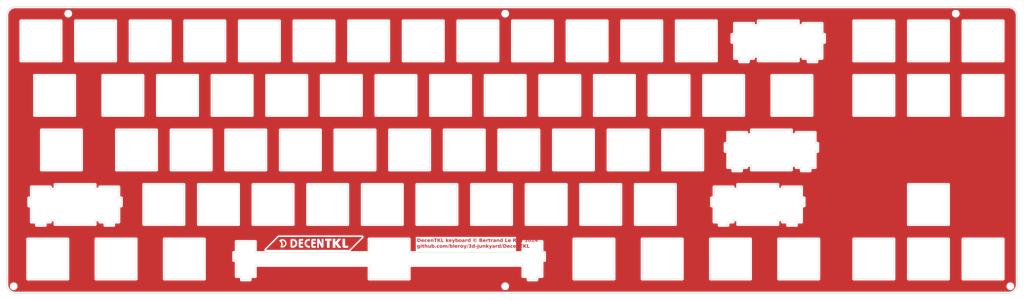
<source format=kicad_pcb>
(kicad_pcb (version 20240108) (generator "pcbnew") (generator_version "8.0")
  (title_block (title "DecenTKL Plate") (date "2024-05-08") (rev "1") (company "Decent Consulting"))
  (layers (0 "F.Cu" signal) (31 "B.Cu" signal) (34 "B.Paste" user) (35 "F.Paste" user) (36 "B.SilkS" user "B.Silkscreen") (37 "F.SilkS" user "F.Silkscreen") (38 "B.Mask" user) (39 "F.Mask" user) (44 "Edge.Cuts" user))
  (net 0 "")
  (footprint "Library:MX-1-00U-Hole" (layer "F.Cu") (at 360.50625 51.325)
    (property "Reference" "SW22" (hide yes))
    (property "Value" "SW_Push" (hide yes))
    (fp_line (start -7 -7) (end -7 7) (stroke (width 0.12)) (layer "Edge.Cuts"))
    (fp_line (start -7 -7) (end 7 -7) (stroke (width 0.12)) (layer "Edge.Cuts"))
    (fp_line (start -7 7) (end 7 7) (stroke (width 0.12)) (layer "Edge.Cuts"))
    (fp_line (start 7 -7) (end 7 7) (stroke (width 0.12)) (layer "Edge.Cuts"))
  )
  (footprint "Library:MX-1-00U-Hole" (layer "F.Cu") (at 341.45625 32.275)
    (property "Reference" "SW18" (hide yes))
    (property "Value" "SW_Push" (hide yes))
    (fp_line (start -7 -7) (end -7 7) (stroke (width 0.12)) (layer "Edge.Cuts"))
    (fp_line (start -7 -7) (end 7 -7) (stroke (width 0.12)) (layer "Edge.Cuts"))
    (fp_line (start -7 7) (end 7 7) (stroke (width 0.12)) (layer "Edge.Cuts"))
    (fp_line (start 7 -7) (end 7 7) (stroke (width 0.12)) (layer "Edge.Cuts"))
  )
  (footprint "MountingHole:MountingHole_2.2mm_M2" (layer "F.Cu") (at 193.81875 118.000001)
    (property "Reference" "REF**" (hide yes))
    (property "Value" "MountingHole_2.2mm_M2" (hide yes))
    (pad "" np_thru_hole circle (at 0 0) (size 2.2 2.2) (drill 2.2) (layers "*.Cu" "*.Mask"))
  )
  (footprint "Library:MX-1-00U-Hole" (layer "F.Cu") (at 231.91875 51.325)
    (property "Reference" "SW32" (hide yes))
    (property "Value" "SW_Push" (hide yes))
    (fp_line (start -7 -7) (end -7 7) (stroke (width 0.12)) (layer "Edge.Cuts"))
    (fp_line (start -7 -7) (end 7 -7) (stroke (width 0.12)) (layer "Edge.Cuts"))
    (fp_line (start -7 7) (end 7 7) (stroke (width 0.12)) (layer "Edge.Cuts"))
    (fp_line (start 7 -7) (end 7 7) (stroke (width 0.12)) (layer "Edge.Cuts"))
  )
  (footprint "Library:MX-1-00U-Hole" (layer "F.Cu") (at 50.94375 32.275)
    (property "Reference" "SW3" (hide yes))
    (property "Value" "SW_Push" (hide yes))
    (fp_line (start -7 -7) (end -7 7) (stroke (width 0.12)) (layer "Edge.Cuts"))
    (fp_line (start -7 -7) (end 7 -7) (stroke (width 0.12)) (layer "Edge.Cuts"))
    (fp_line (start -7 7) (end 7 7) (stroke (width 0.12)) (layer "Edge.Cuts"))
    (fp_line (start 7 -7) (end 7 7) (stroke (width 0.12)) (layer "Edge.Cuts"))
  )
  (footprint "Library:MX-1-00U-Hole" (layer "F.Cu") (at 93.80625 89.425)
    (property "Reference" "SW51" (hide yes))
    (property "Value" "SW_Push" (hide yes))
    (fp_line (start -7 -7) (end -7 7) (stroke (width 0.12)) (layer "Edge.Cuts"))
    (fp_line (start -7 -7) (end 7 -7) (stroke (width 0.12)) (layer "Edge.Cuts"))
    (fp_line (start -7 7) (end 7 7) (stroke (width 0.12)) (layer "Edge.Cuts"))
    (fp_line (start 7 -7) (end 7 7) (stroke (width 0.12)) (layer "Edge.Cuts"))
  )
  (footprint "Library:MX-1-00U-Hole" (layer "F.Cu") (at 198.58125 70.375)
    (property "Reference" "SW44" (hide yes))
    (property "Value" "SW_Push" (hide yes))
    (fp_line (start -7 -7) (end -7 7) (stroke (width 0.12)) (layer "Edge.Cuts"))
    (fp_line (start -7 -7) (end 7 -7) (stroke (width 0.12)) (layer "Edge.Cuts"))
    (fp_line (start -7 7) (end 7 7) (stroke (width 0.12)) (layer "Edge.Cuts"))
    (fp_line (start 7 -7) (end 7 7) (stroke (width 0.12)) (layer "Edge.Cuts"))
  )
  (footprint "Library:MX-1-00U-Hole" (layer "F.Cu") (at 360.50625 108.475)
    (property "Reference" "SW64" (hide yes))
    (property "Value" "SW_Push" (hide yes))
    (fp_line (start -7 -7) (end -7 7) (stroke (width 0.12)) (layer "Edge.Cuts"))
    (fp_line (start -7 -7) (end 7 -7) (stroke (width 0.12)) (layer "Edge.Cuts"))
    (fp_line (start -7 7) (end 7 7) (stroke (width 0.12)) (layer "Edge.Cuts"))
    (fp_line (start 7 -7) (end 7 7) (stroke (width 0.12)) (layer "Edge.Cuts"))
  )
  (footprint "Library:MX-1-00U-Hole" (layer "F.Cu") (at 250.96875 51.325)
    (property "Reference" "SW33" (hide yes))
    (property "Value" "SW_Push" (hide yes))
    (fp_line (start -7 -7) (end -7 7) (stroke (width 0.12)) (layer "Edge.Cuts"))
    (fp_line (start -7 -7) (end 7 -7) (stroke (width 0.12)) (layer "Edge.Cuts"))
    (fp_line (start -7 7) (end 7 7) (stroke (width 0.12)) (layer "Edge.Cuts"))
    (fp_line (start 7 -7) (end 7 7) (stroke (width 0.12)) (layer "Edge.Cuts"))
  )
  (footprint "Library:MX-1-00U-Hole" (layer "F.Cu") (at 241.44375 32.275)
    (property "Reference" "SW14" (hide yes))
    (property "Value" "SW_Push" (hide yes))
    (fp_line (start -7 -7) (end -7 7) (stroke (width 0.12)) (layer "Edge.Cuts"))
    (fp_line (start -7 -7) (end 7 -7) (stroke (width 0.12)) (layer "Edge.Cuts"))
    (fp_line (start -7 7) (end 7 7) (stroke (width 0.12)) (layer "Edge.Cuts"))
    (fp_line (start 7 -7) (end 7 7) (stroke (width 0.12)) (layer "Edge.Cuts"))
  )
  (footprint "Library:MX-1-00U-Hole" (layer "F.Cu") (at 179.53125 70.375)
    (property "Reference" "SW43" (hide yes))
    (property "Value" "SW_Push" (hide yes))
    (fp_line (start -7 -7) (end -7 7) (stroke (width 0.12)) (layer "Edge.Cuts"))
    (fp_line (start -7 -7) (end 7 -7) (stroke (width 0.12)) (layer "Edge.Cuts"))
    (fp_line (start -7 7) (end 7 7) (stroke (width 0.12)) (layer "Edge.Cuts"))
    (fp_line (start 7 -7) (end 7 7) (stroke (width 0.12)) (layer "Edge.Cuts"))
  )
  (footprint "Library:MX-1-00U-Hole" (layer "F.Cu") (at 141.43125 70.375)
    (property "Reference" "SW41" (hide yes))
    (property "Value" "SW_Push" (hide yes))
    (fp_line (start -7 -7) (end -7 7) (stroke (width 0.12)) (layer "Edge.Cuts"))
    (fp_line (start -7 -7) (end 7 -7) (stroke (width 0.12)) (layer "Edge.Cuts"))
    (fp_line (start -7 7) (end 7 7) (stroke (width 0.12)) (layer "Edge.Cuts"))
    (fp_line (start 7 -7) (end 7 7) (stroke (width 0.12)) (layer "Edge.Cuts"))
  )
  (footprint "Library:MX-1-00U-Hole" (layer "F.Cu") (at 74.75625 89.425)
    (property "Reference" "SW50" (hide yes))
    (property "Value" "SW_Push" (hide yes))
    (fp_line (start -7 -7) (end -7 7) (stroke (width 0.12)) (layer "Edge.Cuts"))
    (fp_line (start -7 -7) (end 7 -7) (stroke (width 0.12)) (layer "Edge.Cuts"))
    (fp_line (start -7 7) (end 7 7) (stroke (width 0.12)) (layer "Edge.Cuts"))
    (fp_line (start 7 -7) (end 7 7) (stroke (width 0.12)) (layer "Edge.Cuts"))
  )
  (footprint "Library:MX-1-00U-Hole" (layer "F.Cu") (at 341.45625 89.425)
    (property "Reference" "SW61" (hide yes))
    (property "Value" "SW_Push" (hide yes))
    (fp_line (start -7 -7) (end -7 7) (stroke (width 0.12)) (layer "Edge.Cuts"))
    (fp_line (start -7 -7) (end 7 -7) (stroke (width 0.12)) (layer "Edge.Cuts"))
    (fp_line (start -7 7) (end 7 7) (stroke (width 0.12)) (layer "Edge.Cuts"))
    (fp_line (start 7 -7) (end 7 7) (stroke (width 0.12)) (layer "Edge.Cuts"))
  )
  (footprint "Library:MX-1-25U-Hole" (layer "F.Cu") (at 296.2125 108.475)
    (property "Reference" "SW69" (hide yes))
    (property "Value" "SW_Push" (hide yes))
    (fp_line (start -7 -7) (end -7 7) (stroke (width 0.12)) (layer "Edge.Cuts"))
    (fp_line (start -7 -7) (end 7 -7) (stroke (width 0.12)) (layer "Edge.Cuts"))
    (fp_line (start -7 7) (end 7 7) (stroke (width 0.12)) (layer "Edge.Cuts"))
    (fp_line (start 7 -7) (end 7 7) (stroke (width 0.12)) (layer "Edge.Cuts"))
  )
  (footprint "Library:MX-1-00U-Hole" (layer "F.Cu") (at 203.34375 32.275)
    (property "Reference" "SW12" (hide yes))
    (property "Value" "SW_Push" (hide yes))
    (fp_line (start -7 -7) (end -7 7) (stroke (width 0.12)) (layer "Edge.Cuts"))
    (fp_line (start -7 -7) (end 7 -7) (stroke (width 0.12)) (layer "Edge.Cuts"))
    (fp_line (start -7 7) (end 7 7) (stroke (width 0.12)) (layer "Edge.Cuts"))
    (fp_line (start 7 -7) (end 7 7) (stroke (width 0.12)) (layer "Edge.Cuts"))
  )
  (footprint "Library:MX-1-00U-Hole" (layer "F.Cu") (at 112.85625 89.425)
    (property "Reference" "SW52" (hide yes))
    (property "Value" "SW_Push" (hide yes))
    (fp_line (start -7 -7) (end -7 7) (stroke (width 0.12)) (layer "Edge.Cuts"))
    (fp_line (start -7 -7) (end 7 -7) (stroke (width 0.12)) (layer "Edge.Cuts"))
    (fp_line (start -7 7) (end 7 7) (stroke (width 0.12)) (layer "Edge.Cuts"))
    (fp_line (start 7 -7) (end 7 7) (stroke (width 0.12)) (layer "Edge.Cuts"))
  )
  (footprint "Library:MX-1-25U-Hole" (layer "F.Cu") (at 34.275 108.475001)
    (property "Reference" "SW65" (hide yes))
    (property "Value" "SW_Push" (hide yes))
    (fp_line (start -7 -7) (end -7 7) (stroke (width 0.12)) (layer "Edge.Cuts"))
    (fp_line (start -7 -7) (end 7 -7) (stroke (width 0.12)) (layer "Edge.Cuts"))
    (fp_line (start -7 7) (end 7 7) (stroke (width 0.12)) (layer "Edge.Cuts"))
    (fp_line (start 7 -7) (end 7 7) (stroke (width 0.12)) (layer "Edge.Cuts"))
  )
  (footprint "Library:MX-1-00U-Hole" (layer "F.Cu") (at 108.09375 32.275)
    (property "Reference" "SW7" (hide yes))
    (property "Value" "SW_Push" (hide yes))
    (fp_line (start -7 -7) (end -7 7) (stroke (width 0.12)) (layer "Edge.Cuts"))
    (fp_line (start -7 -7) (end 7 -7) (stroke (width 0.12)) (layer "Edge.Cuts"))
    (fp_line (start -7 7) (end 7 7) (stroke (width 0.12)) (layer "Edge.Cuts"))
    (fp_line (start 7 -7) (end 7 7) (stroke (width 0.12)) (layer "Edge.Cuts"))
  )
  (footprint "Library:MX-1-00U-Hole" (layer "F.Cu") (at 212.86875 51.325)
    (property "Reference" "SW31" (hide yes))
    (property "Value" "SW_Push" (hide yes))
    (fp_line (start -7 -7) (end -7 7) (stroke (width 0.12)) (layer "Edge.Cuts"))
    (fp_line (start -7 -7) (end 7 -7) (stroke (width 0.12)) (layer "Edge.Cuts"))
    (fp_line (start -7 7) (end 7 7) (stroke (width 0.12)) (layer "Edge.Cuts"))
    (fp_line (start 7 -7) (end 7 7) (stroke (width 0.12)) (layer "Edge.Cuts"))
  )
  (footprint "Library:MX-1-00U-Hole" (layer "F.Cu") (at 341.45625 51.325)
    (property "Reference" "SW20" (hide yes))
    (property "Value" "SW_Push" (hide yes))
    (fp_line (start -7 -7) (end -7 7) (stroke (width 0.12)) (layer "Edge.Cuts"))
    (fp_line (start -7 -7) (end 7 -7) (stroke (width 0.12)) (layer "Edge.Cuts"))
    (fp_line (start -7 7) (end 7 7) (stroke (width 0.12)) (layer "Edge.Cuts"))
    (fp_line (start 7 -7) (end 7 7) (stroke (width 0.12)) (layer "Edge.Cuts"))
  )
  (footprint "Library:MX-1-00U-Hole" (layer "F.Cu") (at 98.56875 51.325)
    (property "Reference" "SW25" (hide yes))
    (property "Value" "SW_Push" (hide yes))
    (fp_line (start -7 -7) (end -7 7) (stroke (width 0.12)) (layer "Edge.Cuts"))
    (fp_line (start -7 -7) (end 7 -7) (stroke (width 0.12)) (layer "Edge.Cuts"))
    (fp_line (start -7 7) (end 7 7) (stroke (width 0.12)) (layer "Edge.Cuts"))
    (fp_line (start 7 -7) (end 7 7) (stroke (width 0.12)) (layer "Edge.Cuts"))
  )
  (footprint "Library:MX-1-00U-Hole" (layer "F.Cu") (at 131.90625 89.425)
    (property "Reference" "SW53" (hide yes))
    (property "Value" "SW_Push" (hide yes))
    (fp_line (start -7 -7) (end -7 7) (stroke (width 0.12)) (layer "Edge.Cuts"))
    (fp_line (start -7 -7) (end 7 -7) (stroke (width 0.12)) (layer "Edge.Cuts"))
    (fp_line (start -7 7) (end 7 7) (stroke (width 0.12)) (layer "Edge.Cuts"))
    (fp_line (start 7 -7) (end 7 7) (stroke (width 0.12)) (layer "Edge.Cuts"))
  )
  (footprint "Library:MX-1-00U-Hole" (layer "F.Cu") (at 122.38125 70.375)
    (property "Reference" "SW40" (hide yes))
    (property "Value" "SW_Push" (hide yes))
    (fp_line (start -7 -7) (end -7 7) (stroke (width 0.12)) (layer "Edge.Cuts"))
    (fp_line (start -7 -7) (end 7 -7) (stroke (width 0.12)) (layer "Edge.Cuts"))
    (fp_line (start -7 7) (end 7 7) (stroke (width 0.12)) (layer "Edge.Cuts"))
    (fp_line (start 7 -7) (end 7 7) (stroke (width 0.12)) (layer "Edge.Cuts"))
  )
  (footprint "MountingHole:MountingHole_2.2mm_M2" (layer "F.Cu") (at 22.36875 118.000001)
    (property "Reference" "REF**" (hide yes))
    (property "Value" "MountingHole_2.2mm_M2" (hide yes))
    (pad "" np_thru_hole circle (at 0 0) (size 2.2 2.2) (drill 2.2) (layers "*.Cu" "*.Mask"))
  )
  (footprint "Library:MX-1-00U-Hole" (layer "F.Cu") (at 227.15625 89.425)
    (property "Reference" "SW58" (hide yes))
    (property "Value" "SW_Push" (hide yes))
    (fp_line (start -7 -7) (end -7 7) (stroke (width 0.12)) (layer "Edge.Cuts"))
    (fp_line (start -7 -7) (end 7 -7) (stroke (width 0.12)) (layer "Edge.Cuts"))
    (fp_line (start -7 7) (end 7 7) (stroke (width 0.12)) (layer "Edge.Cuts"))
    (fp_line (start 7 -7) (end 7 7) (stroke (width 0.12)) (layer "Edge.Cuts"))
  )
  (footprint "Library:MX-1-50U-Hole" (layer "F.Cu") (at 36.65625 51.325001)
    (property "Reference" "SW4" (hide yes))
    (property "Value" "SW_Push" (hide yes))
    (fp_line (start -7 -7) (end -7 7) (stroke (width 0.12)) (layer "Edge.Cuts"))
    (fp_line (start -7 -7) (end 7 -7) (stroke (width 0.12)) (layer "Edge.Cuts"))
    (fp_line (start -7 7) (end 7 7) (stroke (width 0.12)) (layer "Edge.Cuts"))
    (fp_line (start 7 -7) (end 7 7) (stroke (width 0.12)) (layer "Edge.Cuts"))
  )
  (footprint "Library:MX-1-25U-Hole" (layer "F.Cu") (at 224.775 108.475)
    (property "Reference" "SW72" (hide yes))
    (property "Value" "SW_Push" (hide yes))
    (fp_line (start -7 -7) (end -7 7) (stroke (width 0.12)) (layer "Edge.Cuts"))
    (fp_line (start -7 -7) (end 7 -7) (stroke (width 0.12)) (layer "Edge.Cuts"))
    (fp_line (start -7 7) (end 7 7) (stroke (width 0.12)) (layer "Edge.Cuts"))
    (fp_line (start 7 -7) (end 7 7) (stroke (width 0.12)) (layer "Edge.Cuts"))
  )
  (footprint "Library:MX-1-00U-Hole" (layer "F.Cu") (at 322.40625 32.275)
    (property "Reference" "SW17" (hide yes))
    (property "Value" "SW_Push" (hide yes))
    (fp_line (start -7 -7) (end -7 7) (stroke (width 0.12)) (layer "Edge.Cuts"))
    (fp_line (start -7 -7) (end 7 -7) (stroke (width 0.12)) (layer "Edge.Cuts"))
    (fp_line (start -7 7) (end 7 7) (stroke (width 0.12)) (layer "Edge.Cuts"))
    (fp_line (start 7 -7) (end 7 7) (stroke (width 0.12)) (layer "Edge.Cuts"))
  )
  (footprint "Library:MX-1-00U-Hole" (layer "F.Cu") (at 322.40625 108.475)
    (property "Reference" "SW63" (hide yes))
    (property "Value" "SW_Push" (hide yes))
    (fp_line (start -7 -7) (end -7 7) (stroke (width 0.12)) (layer "Edge.Cuts"))
    (fp_line (start -7 -7) (end 7 -7) (stroke (width 0.12)) (layer "Edge.Cuts"))
    (fp_line (start -7 7) (end 7 7) (stroke (width 0.12)) (layer "Edge.Cuts"))
    (fp_line (start 7 -7) (end 7 7) (stroke (width 0.12)) (layer "Edge.Cuts"))
  )
  (footprint "Library:MX-1-00U-Hole" (layer "F.Cu") (at 69.99375 32.275)
    (property "Reference" "SW5" (hide yes))
    (property "Value" "SW_Push" (hide yes))
    (fp_line (start -7 -7) (end -7 7) (stroke (width 0.12)) (layer "Edge.Cuts"))
    (fp_line (start -7 -7) (end 7 -7) (stroke (width 0.12)) (layer "Edge.Cuts"))
    (fp_line (start -7 7) (end 7 7) (stroke (width 0.12)) (layer "Edge.Cuts"))
    (fp_line (start 7 -7) (end 7 7) (stroke (width 0.12)) (layer "Edge.Cuts"))
  )
  (footprint "Library:MX-1-75U-Hole" (layer "F.Cu") (at 39.0375 70.375001)
    (property "Reference" "SW36" (hide yes))
    (property "Value" "SW_Push" (hide yes))
    (fp_line (start -7 -7) (end -7 7) (stroke (width 0.12)) (layer "Edge.Cuts"))
    (fp_line (start -7 -7) (end 7 -7) (stroke (width 0.12)) (layer "Edge.Cuts"))
    (fp_line (start -7 7) (end 7 7) (stroke (width 0.12)) (layer "Edge.Cuts"))
    (fp_line (start 7 -7) (end 7 7) (stroke (width 0.12)) (layer "Edge.Cuts"))
  )
  (footprint "Library:MX-1-00U-Hole" (layer "F.Cu") (at 189.05625 89.425)
    (property "Reference" "SW56" (hide yes))
    (property "Value" "SW_Push" (hide yes))
    (fp_line (start -7 -7) (end -7 7) (stroke (width 0.12)) (layer "Edge.Cuts"))
    (fp_line (start -7 -7) (end 7 -7) (stroke (width 0.12)) (layer "Edge.Cuts"))
    (fp_line (start -7 7) (end 7 7) (stroke (width 0.12)) (layer "Edge.Cuts"))
    (fp_line (start 7 -7) (end 7 7) (stroke (width 0.12)) (layer "Edge.Cuts"))
  )
  (footprint "Library:MX-1-00U-Hole" (layer "F.Cu") (at 136.66875 51.325)
    (property "Reference" "SW27" (hide yes))
    (property "Value" "SW_Push" (hide yes))
    (fp_line (start -7 -7) (end -7 7) (stroke (width 0.12)) (layer "Edge.Cuts"))
    (fp_line (start -7 -7) (end 7 -7) (stroke (width 0.12)) (layer "Edge.Cuts"))
    (fp_line (start -7 7) (end 7 7) (stroke (width 0.12)) (layer "Edge.Cuts"))
    (fp_line (start 7 -7) (end 7 7) (stroke (width 0.12)) (layer "Edge.Cuts"))
  )
  (footprint "Library:MX-1-25U-Hole" (layer "F.Cu") (at 272.4 108.475)
    (property "Reference" "SW70" (hide yes))
    (property "Value" "SW_Push" (hide yes))
    (fp_line (start -7 -7) (end -7 7) (stroke (width 0.12)) (layer "Edge.Cuts"))
    (fp_line (start -7 -7) (end 7 -7) (stroke (width 0.12)) (layer "Edge.Cuts"))
    (fp_line (start -7 7) (end 7 7) (stroke (width 0.12)) (layer "Edge.Cuts"))
    (fp_line (start 7 -7) (end 7 7) (stroke (width 0.12)) (layer "Edge.Cuts"))
  )
  (footprint "MountingHole:MountingHole_2.2mm_M2" (layer "F.Cu") (at 193.81875 22.750001)
    (property "Reference" "REF**" (hide yes))
    (property "Value" "MountingHole_2.2mm_M2" (hide yes))
    (pad "" np_thru_hole circle (at 0 0) (size 2.2 2.2) (drill 2.2) (layers "*.Cu" "*.Mask"))
  )
  (footprint "Library:MX-1-00U-Hole" (layer "F.Cu") (at 184.29375 32.275)
    (property "Reference" "SW11" (hide yes))
    (property "Value" "SW_Push" (hide yes))
    (fp_line (start -7 -7) (end -7 7) (stroke (width 0.12)) (layer "Edge.Cuts"))
    (fp_line (start -7 -7) (end 7 -7) (stroke (width 0.12)) (layer "Edge.Cuts"))
    (fp_line (start -7 7) (end 7 7) (stroke (width 0.12)) (layer "Edge.Cuts"))
    (fp_line (start 7 -7) (end 7 7) (stroke (width 0.12)) (layer "Edge.Cuts"))
  )
  (footprint "Library:MX-2-75U-Hole" (layer "F.Cu") (at 281.925 89.425)
    (property "Reference" "SW60" (hide yes))
    (property "Value" "SW_Push" (hide yes))
    (fp_line (start -16.1544 -2.286) (end -16.1544 0.508) (stroke (width 0.12)) (layer "Edge.Cuts"))
    (fp_line (start -15.268 -6.1468) (end -15.268 -2.286) (stroke (width 0.12)) (layer "Edge.Cuts"))
    (fp_line (start -15.268 -2.286) (end -16.1544 -2.286) (stroke (width 0.12)) (layer "Edge.Cuts"))
    (fp_line (start -15.268 0.508) (end -16.1544 0.508) (stroke (width 0.12)) (layer "Edge.Cuts"))
    (fp_line (start -15.268 0.508) (end -15.268 6.1468) (stroke (width 0.12)) (layer "Edge.Cuts"))
    (fp_line (start -13.462 6.1468) (end -15.268 6.1468) (stroke (width 0.12)) (layer "Edge.Cuts"))
    (fp_line (start -13.462 6.1468) (end -13.462 7.3152) (stroke (width 0.12)) (layer "Edge.Cuts"))
    (fp_line (start -10.414 6.1468) (end -10.414 7.3152) (stroke (width 0.12)) (layer "Edge.Cuts"))
    (fp_line (start -10.414 7.3152) (end -13.462 7.3152) (stroke (width 0.12)) (layer "Edge.Cuts"))
    (fp_line (start -8.6132 -6.1468) (end -15.268 -6.1468) (stroke (width 0.12)) (layer "Edge.Cuts"))
    (fp_line (start -8.6132 -6.1468) (end -8.6132 -5.334) (stroke (width 0.12)) (layer "Edge.Cuts"))
    (fp_line (start -8.6132 -5.334) (end -7 -5.334) (stroke (width 0.12)) (layer "Edge.Cuts"))
    (fp_line (start -8.6132 5.3594) (end -7 5.3594) (stroke (width 0.12)) (layer "Edge.Cuts"))
    (fp_line (start -8.6132 6.1468) (end -10.414 6.1468) (stroke (width 0.12)) (layer "Edge.Cuts"))
    (fp_line (start -8.6132 6.1468) (end -8.6132 5.3594) (stroke (width 0.12)) (layer "Edge.Cuts"))
    (fp_line (start -7 -7) (end -7 -5.334) (stroke (width 0.12)) (layer "Edge.Cuts"))
    (fp_line (start -7 -7) (end 7 -7) (stroke (width 0.12)) (layer "Edge.Cuts"))
    (fp_line (start -7 7) (end -7 5.3594) (stroke (width 0.12)) (layer "Edge.Cuts"))
    (fp_line (start -7 7) (end 7 7) (stroke (width 0.12)) (layer "Edge.Cuts"))
    (fp_line (start 7 -7) (end 7 -5.334) (stroke (width 0.12)) (layer "Edge.Cuts"))
    (fp_line (start 7 7) (end 7 5.3594) (stroke (width 0.12)) (layer "Edge.Cuts"))
    (fp_line (start 8.6132 -6.1468) (end 8.6132 -5.334) (stroke (width 0.12)) (layer "Edge.Cuts"))
    (fp_line (start 8.6132 -6.1468) (end 15.268 -6.1468) (stroke (width 0.12)) (layer "Edge.Cuts"))
    (fp_line (start 8.6132 -5.334) (end 7 -5.334) (stroke (width 0.12)) (layer "Edge.Cuts"))
    (fp_line (start 8.6132 5.3594) (end 7 5.3594) (stroke (width 0.12)) (layer "Edge.Cuts"))
    (fp_line (start 8.6132 6.1468) (end 8.6132 5.3594) (stroke (width 0.12)) (layer "Edge.Cuts"))
    (fp_line (start 8.6132 6.1468) (end 10.414 6.1468) (stroke (width 0.12)) (layer "Edge.Cuts"))
    (fp_line (start 10.414 6.1468) (end 10.414 7.3152) (stroke (width 0.12)) (layer "Edge.Cuts"))
    (fp_line (start 10.414 7.3152) (end 13.462 7.3152) (stroke (width 0.12)) (layer "Edge.Cuts"))
    (fp_line (start 13.462 6.1468) (end 13.462 7.3152) (stroke (width 0.12)) (layer "Edge.Cuts"))
    (fp_line (start 13.462 6.1468) (end 15.268 6.1468) (stroke (width 0.12)) (layer "Edge.Cuts"))
    (fp_line (start 15.268 -6.1468) (end 15.268 -2.286) (stroke (width 0.12)) (layer "Edge.Cuts"))
    (fp_line (start 15.268 -2.286) (end 16.1544 -2.286) (stroke (width 0.12)) (layer "Edge.Cuts"))
    (fp_line (start 15.268 0.508) (end 15.268 6.1468) (stroke (width 0.12)) (layer "Edge.Cuts"))
    (fp_line (start 15.268 0.508) (end 16.1544 0.508) (stroke (width 0.12)) (layer "Edge.Cuts"))
    (fp_line (start 16.1544 -2.286) (end 16.1544 0.508) (stroke (width 0.12)) (layer "Edge.Cuts"))
  )
  (footprint "Library:MX-1-00U-Hole" (layer "F.Cu") (at 103.33125 70.375)
    (property "Reference" "SW39" (hide yes))
    (property "Value" "SW_Push" (hide yes))
    (fp_line (start -7 -7) (end -7 7) (stroke (width 0.12)) (layer "Edge.Cuts"))
    (fp_line (start -7 -7) (end 7 -7) (stroke (width 0.12)) (layer "Edge.Cuts"))
    (fp_line (start -7 7) (end 7 7) (stroke (width 0.12)) (layer "Edge.Cuts"))
    (fp_line (start 7 -7) (end 7 7) (stroke (width 0.12)) (layer "Edge.Cuts"))
  )
  (footprint "Library:MX-1-00U-Hole" (layer "F.Cu") (at 150.95625 89.425)
    (property "Reference" "SW54" (hide yes))
    (property "Value" "SW_Push" (hide yes))
    (fp_line (start -7 -7) (end -7 7) (stroke (width 0.12)) (layer "Edge.Cuts"))
    (fp_line (start -7 -7) (end 7 -7) (stroke (width 0.12)) (layer "Edge.Cuts"))
    (fp_line (start -7 7) (end 7 7) (stroke (width 0.12)) (layer "Edge.Cuts"))
    (fp_line (start 7 -7) (end 7 7) (stroke (width 0.12)) (layer "Edge.Cuts"))
  )
  (footprint "Library:MX-1-00U-Hole" (layer "F.Cu") (at 84.28125 70.375)
    (property "Reference" "SW38" (hide yes))
    (property "Value" "SW_Push" (hide yes))
    (fp_line (start -7 -7) (end -7 7) (stroke (width 0.12)) (layer "Edge.Cuts"))
    (fp_line (start -7 -7) (end 7 -7) (stroke (width 0.12)) (layer "Edge.Cuts"))
    (fp_line (start -7 7) (end 7 7) (stroke (width 0.12)) (layer "Edge.Cuts"))
    (fp_line (start 7 -7) (end 7 7) (stroke (width 0.12)) (layer "Edge.Cuts"))
  )
  (footprint "Library:MX-1-00U-Hole" (layer "F.Cu") (at 170.00625 89.425)
    (property "Reference" "SW55" (hide yes))
    (property "Value" "SW_Push" (hide yes))
    (fp_line (start -7 -7) (end -7 7) (stroke (width 0.12)) (layer "Edge.Cuts"))
    (fp_line (start -7 -7) (end 7 -7) (stroke (width 0.12)) (layer "Edge.Cuts"))
    (fp_line (start -7 7) (end 7 7) (stroke (width 0.12)) (layer "Edge.Cuts"))
    (fp_line (start 7 -7) (end 7 7) (stroke (width 0.12)) (layer "Edge.Cuts"))
  )
  (footprint "Library:MX-2-25U-Hole" (layer "F.Cu") (at 43.8 89.425001)
    (property "Reference" "SW49" (hide yes))
    (property "Value" "SW_Push" (hide yes))
    (fp_line (start -16.1544 -2.286) (end -16.1544 0.508) (stroke (width 0.12)) (layer "Edge.Cuts"))
    (fp_line (start -15.268 -6.1468) (end -15.268 -2.286) (stroke (width 0.12)) (layer "Edge.Cuts"))
    (fp_line (start -15.268 -2.286) (end -16.1544 -2.286) (stroke (width 0.12)) (layer "Edge.Cuts"))
    (fp_line (start -15.268 0.508) (end -16.1544 0.508) (stroke (width 0.12)) (layer "Edge.Cuts"))
    (fp_line (start -15.268 0.508) (end -15.268 6.1468) (stroke (width 0.12)) (layer "Edge.Cuts"))
    (fp_line (start -13.462 6.1468) (end -15.268 6.1468) (stroke (width 0.12)) (layer "Edge.Cuts"))
    (fp_line (start -13.462 6.1468) (end -13.462 7.3152) (stroke (width 0.12)) (layer "Edge.Cuts"))
    (fp_line (start -10.414 6.1468) (end -10.414 7.3152) (stroke (width 0.12)) (layer "Edge.Cuts"))
    (fp_line (start -10.414 7.3152) (end -13.462 7.3152) (stroke (width 0.12)) (layer "Edge.Cuts"))
    (fp_line (start -8.6132 -6.1468) (end -15.268 -6.1468) (stroke (width 0.12)) (layer "Edge.Cuts"))
    (fp_line (start -8.6132 -6.1468) (end -8.6132 -5.334) (stroke (width 0.12)) (layer "Edge.Cuts"))
    (fp_line (start -8.6132 -5.334) (end -7 -5.334) (stroke (width 0.12)) (layer "Edge.Cuts"))
    (fp_line (start -8.6132 5.3594) (end -7 5.3594) (stroke (width 0.12)) (layer "Edge.Cuts"))
    (fp_line (start -8.6132 6.1468) (end -10.414 6.1468) (stroke (width 0.12)) (layer "Edge.Cuts"))
    (fp_line (start -8.6132 6.1468) (end -8.6132 5.3594) (stroke (width 0.12)) (layer "Edge.Cuts"))
    (fp_line (start -7 -7) (end -7 -5.334) (stroke (width 0.12)) (layer "Edge.Cuts"))
    (fp_line (start -7 -7) (end 7 -7) (stroke (width 0.12)) (layer "Edge.Cuts"))
    (fp_line (start -7 7) (end -7 5.3594) (stroke (width 0.12)) (layer "Edge.Cuts"))
    (fp_line (start -7 7) (end 7 7) (stroke (width 0.12)) (layer "Edge.Cuts"))
    (fp_line (start 7 -7) (end 7 -5.334) (stroke (width 0.12)) (layer "Edge.Cuts"))
    (fp_line (start 7 7) (end 7 5.3594) (stroke (width 0.12)) (layer "Edge.Cuts"))
    (fp_line (start 8.6132 -6.1468) (end 8.6132 -5.334) (stroke (width 0.12)) (layer "Edge.Cuts"))
    (fp_line (start 8.6132 -6.1468) (end 15.268 -6.1468) (stroke (width 0.12)) (layer "Edge.Cuts"))
    (fp_line (start 8.6132 -5.334) (end 7 -5.334) (stroke (width 0.12)) (layer "Edge.Cuts"))
    (fp_line (start 8.6132 5.3594) (end 7 5.3594) (stroke (width 0.12)) (layer "Edge.Cuts"))
    (fp_line (start 8.6132 6.1468) (end 8.6132 5.3594) (stroke (width 0.12)) (layer "Edge.Cuts"))
    (fp_line (start 8.6132 6.1468) (end 10.414 6.1468) (stroke (width 0.12)) (layer "Edge.Cuts"))
    (fp_line (start 10.414 6.1468) (end 10.414 7.3152) (stroke (width 0.12)) (layer "Edge.Cuts"))
    (fp_line (start 10.414 7.3152) (end 13.462 7.3152) (stroke (width 0.12)) (layer "Edge.Cuts"))
    (fp_line (start 13.462 6.1468) (end 13.462 7.3152) (stroke (width 0.12)) (layer "Edge.Cuts"))
    (fp_line (start 13.462 6.1468) (end 15.268 6.1468) (stroke (width 0.12)) (layer "Edge.Cuts"))
    (fp_line (start 15.268 -6.1468) (end 15.268 -2.286) (stroke (width 0.12)) (layer "Edge.Cuts"))
    (fp_line (start 15.268 -2.286) (end 16.1544 -2.286) (stroke (width 0.12)) (layer "Edge.Cuts"))
    (fp_line (start 15.268 0.508) (end 15.268 6.1468) (stroke (width 0.12)) (layer "Edge.Cuts"))
    (fp_line (start 15.268 0.508) (end 16.1544 0.508) (stroke (width 0.12)) (layer "Edge.Cuts"))
    (fp_line (start 16.1544 -2.286) (end 16.1544 0.508) (stroke (width 0.12)) (layer "Edge.Cuts"))
  )
  (footprint "Library:MX-2-25U-Hole" (layer "F.Cu") (at 286.6875 70.375)
    (property "Reference" "SW48" (hide yes))
    (property "Value" "SW_Push" (hide yes))
    (fp_line (start -16.1544 -2.286) (end -16.1544 0.508) (stroke (width 0.12)) (layer "Edge.Cuts"))
    (fp_line (start -15.268 -6.1468) (end -15.268 -2.286) (stroke (width 0.12)) (layer "Edge.Cuts"))
    (fp_line (start -15.268 -2.286) (end -16.1544 -2.286) (stroke (width 0.12)) (layer "Edge.Cuts"))
    (fp_line (start -15.268 0.508) (end -16.1544 0.508) (stroke (width 0.12)) (layer "Edge.Cuts"))
    (fp_line (start -15.268 0.508) (end -15.268 6.1468) (stroke (width 0.12)) (layer "Edge.Cuts"))
    (fp_line (start -13.462 6.1468) (end -15.268 6.1468) (stroke (width 0.12)) (layer "Edge.Cuts"))
    (fp_line (start -13.462 6.1468) (end -13.462 7.3152) (stroke (width 0.12)) (layer "Edge.Cuts"))
    (fp_line (start -10.414 6.1468) (end -10.414 7.3152) (stroke (width 0.12)) (layer "Edge.Cuts"))
    (fp_line (start -10.414 7.3152) (end -13.462 7.3152) (stroke (width 0.12)) (layer "Edge.Cuts"))
    (fp_line (start -8.6132 -6.1468) (end -15.268 -6.1468) (stroke (width 0.12)) (layer "Edge.Cuts"))
    (fp_line (start -8.6132 -6.1468) (end -8.6132 -5.334) (stroke (width 0.12)) (layer "Edge.Cuts"))
    (fp_line (start -8.6132 -5.334) (end -7 -5.334) (stroke (width 0.12)) (layer "Edge.Cuts"))
    (fp_line (start -8.6132 5.3594) (end -7 5.3594) (stroke (width 0.12)) (layer "Edge.Cuts"))
    (fp_line (start -8.6132 6.1468) (end -10.414 6.1468) (stroke (width 0.12)) (layer "Edge.Cuts"))
    (fp_line (start -8.6132 6.1468) (end -8.6132 5.3594) (stroke (width 0.12)) (layer "Edge.Cuts"))
    (fp_line (start -7 -7) (end -7 -5.334) (stroke (width 0.12)) (layer "Edge.Cuts"))
    (fp_line (start -7 -7) (end 7 -7) (stroke (width 0.12)) (layer "Edge.Cuts"))
    (fp_line (start -7 7) (end -7 5.3594) (stroke (width 0.12)) (layer "Edge.Cuts"))
    (fp_line (start -7 7) (end 7 7) (stroke (width 0.12)) (layer "Edge.Cuts"))
    (fp_line (start 7 -7) (end 7 -5.334) (stroke (width 0.12)) (layer "Edge.Cuts"))
    (fp_line (start 7 7) (end 7 5.3594) (stroke (width 0.12)) (layer "Edge.Cuts"))
    (fp_line (start 8.6132 -6.1468) (end 8.6132 -5.334) (stroke (width 0.12)) (layer "Edge.Cuts"))
    (fp_line (start 8.6132 -6.1468) (end 15.268 -6.1468) (stroke (width 0.12)) (layer "Edge.Cuts"))
    (fp_line (start 8.6132 -5.334) (end 7 -5.334) (stroke (width 0.12)) (layer "Edge.Cuts"))
    (fp_line (start 8.6132 5.3594) (end 7 5.3594) (stroke (width 0.12)) (layer "Edge.Cuts"))
    (fp_line (start 8.6132 6.1468) (end 8.6132 5.3594) (stroke (width 0.12)) (layer "Edge.Cuts"))
    (fp_line (start 8.6132 6.1468) (end 10.414 6.1468) (stroke (width 0.12)) (layer "Edge.Cuts"))
    (fp_line (start 10.414 6.1468) (end 10.414 7.3152) (stroke (width 0.12)) (layer "Edge.Cuts"))
    (fp_line (start 10.414 7.3152) (end 13.462 7.3152) (stroke (width 0.12)) (layer "Edge.Cuts"))
    (fp_line (start 13.462 6.1468) (end 13.462 7.3152) (stroke (width 0.12)) (layer "Edge.Cuts"))
    (fp_line (start 13.462 6.1468) (end 15.268 6.1468) (stroke (width 0.12)) (layer "Edge.Cuts"))
    (fp_line (start 15.268 -6.1468) (end 15.268 -2.286) (stroke (width 0.12)) (layer "Edge.Cuts"))
    (fp_line (start 15.268 -2.286) (end 16.1544 -2.286) (stroke (width 0.12)) (layer "Edge.Cuts"))
    (fp_line (start 15.268 0.508) (end 15.268 6.1468) (stroke (width 0.12)) (layer "Edge.Cuts"))
    (fp_line (start 15.268 0.508) (end 16.1544 0.508) (stroke (width 0.12)) (layer "Edge.Cuts"))
    (fp_line (start 16.1544 -2.286) (end 16.1544 0.508) (stroke (width 0.12)) (layer "Edge.Cuts"))
  )
  (footprint "Library:MX-1-25U-Hole" (layer "F.Cu") (at 248.5875 108.475)
    (property "Reference" "SW71" (hide yes))
    (property "Value" "SW_Push" (hide yes))
    (fp_line (start -7 -7) (end -7 7) (stroke (width 0.12)) (layer "Edge.Cuts"))
    (fp_line (start -7 -7) (end 7 -7) (stroke (width 0.12)) (layer "Edge.Cuts"))
    (fp_line (start -7 7) (end 7 7) (stroke (width 0.12)) (layer "Edge.Cuts"))
    (fp_line (start 7 -7) (end 7 7) (stroke (width 0.12)) (layer "Edge.Cuts"))
  )
  (footprint "MountingHole:MountingHole_2.2mm_M2" (layer "F.Cu") (at 370.03125 118.000001)
    (property "Reference" "REF**" (hide yes))
    (property "Value" "MountingHole_2.2mm_M2" (hide yes))
    (pad "" np_thru_hole circle (at 0 0) (size 2.2 2.2) (drill 2.2) (layers "*.Cu" "*.Mask"))
  )
  (footprint "Library:MX-1-00U-Hole" (layer "F.Cu") (at 117.61875 51.325)
    (property "Reference" "SW26" (hide yes))
    (property "Value" "SW_Push" (hide yes))
    (fp_line (start -7 -7) (end -7 7) (stroke (width 0.12)) (layer "Edge.Cuts"))
    (fp_line (start -7 -7) (end 7 -7) (stroke (width 0.12)) (layer "Edge.Cuts"))
    (fp_line (start -7 7) (end 7 7) (stroke (width 0.12)) (layer "Edge.Cuts"))
    (fp_line (start 7 -7) (end 7 7) (stroke (width 0.12)) (layer "Edge.Cuts"))
  )
  (footprint "Library:MX-1-50U-Hole" (layer "F.Cu") (at 293.83125 51.325)
    (property "Reference" "SW35" (hide yes))
    (property "Value" "SW_Push" (hide yes))
    (fp_line (start -7 -7) (end -7 7) (stroke (width 0.12)) (layer "Edge.Cuts"))
    (fp_line (start -7 -7) (end 7 -7) (stroke (width 0.12)) (layer "Edge.Cuts"))
    (fp_line (start -7 7) (end 7 7) (stroke (width 0.12)) (layer "Edge.Cuts"))
    (fp_line (start 7 -7) (end 7 7) (stroke (width 0.12)) (layer "Edge.Cuts"))
  )
  (footprint "Library:MX-1-00U-Hole" (layer "F.Cu") (at 236.68125 70.375)
    (property "Reference" "SW46" (hide yes))
    (property "Value" "SW_Push" (hide yes))
    (fp_line (start -7 -7) (end -7 7) (stroke (width 0.12)) (layer "Edge.Cuts"))
    (fp_line (start -7 -7) (end 7 -7) (stroke (width 0.12)) (layer "Edge.Cuts"))
    (fp_line (start -7 7) (end 7 7) (stroke (width 0.12)) (layer "Edge.Cuts"))
    (fp_line (start 7 -7) (end 7 7) (stroke (width 0.12)) (layer "Edge.Cuts"))
  )
  (footprint "Library:MX-1-00U-Hole" (layer "F.Cu") (at 31.89375 32.275001)
    (property "Reference" "SW2" (hide yes))
    (property "Value" "SW_Push" (hide yes))
    (fp_line (start -7 -7) (end -7 7) (stroke (width 0.12)) (layer "Edge.Cuts"))
    (fp_line (start -7 -7) (end 7 -7) (stroke (width 0.12)) (layer "Edge.Cuts"))
    (fp_line (start -7 7) (end 7 7) (stroke (width 0.12)) (layer "Edge.Cuts"))
    (fp_line (start 7 -7) (end 7 7) (stroke (width 0.12)) (layer "Edge.Cuts"))
  )
  (footprint "Library:MX-1-00U-Hole" (layer "F.Cu") (at 360.50625 32.275)
    (property "Reference" "SW19" (hide yes))
    (property "Value" "SW_Push" (hide yes))
    (fp_line (start -7 -7) (end -7 7) (stroke (width 0.12)) (layer "Edge.Cuts"))
    (fp_line (start -7 -7) (end 7 -7) (stroke (width 0.12)) (layer "Edge.Cuts"))
    (fp_line (start -7 7) (end 7 7) (stroke (width 0.12)) (layer "Edge.Cuts"))
    (fp_line (start 7 -7) (end 7 7) (stroke (width 0.12)) (layer "Edge.Cuts"))
  )
  (footprint "Library:MX-6-25U-Hole" (layer "F.Cu") (at 153.3375 108.475)
    (property "Reference" "SW68" (hide yes))
    (property "Value" "SW_Push" (hide yes))
    (fp_line (start -54.2164 -2.286) (end -54.2164 0.508) (stroke (width 0.12)) (layer "Edge.Cuts"))
    (fp_line (start -53.33 -6.1468) (end -53.33 -2.286) (stroke (width 0.12)) (layer "Edge.Cuts"))
    (fp_line (start -53.33 -2.286) (end -54.2164 -2.286) (stroke (width 0.12)) (layer "Edge.Cuts"))
    (fp_line (start -53.33 0.508) (end -54.2164 0.508) (stroke (width 0.12)) (layer "Edge.Cuts"))
    (fp_line (start -53.33 0.508) (end -53.33 6.1468) (stroke (width 0.12)) (layer "Edge.Cuts"))
    (fp_line (start -51.524 6.1468) (end -53.33 6.1468) (stroke (width 0.12)) (layer "Edge.Cuts"))
    (fp_line (start -51.524 6.1468) (end -51.524 7.3152) (stroke (width 0.12)) (layer "Edge.Cuts"))
    (fp_line (start -48.476 6.1468) (end -48.476 7.3152) (stroke (width 0.12)) (layer "Edge.Cuts"))
    (fp_line (start -48.476 7.3152) (end -51.524 7.3152) (stroke (width 0.12)) (layer "Edge.Cuts"))
    (fp_line (start -46.6726 -6.1468) (end -53.3274 -6.1468) (stroke (width 0.12)) (layer "Edge.Cuts"))
    (fp_line (start -46.6726 -6.1468) (end -46.6726 -2.25) (stroke (width 0.12)) (layer "Edge.Cuts"))
    (fp_line (start -46.6726 -2.25) (end -7 -2.25) (stroke (width 0.12)) (layer "Edge.Cuts"))
    (fp_line (start -46.6726 2.25) (end -7 2.25) (stroke (width 0.12)) (layer "Edge.Cuts"))
    (fp_line (start -46.6726 6.1468) (end -48.4786 6.1468) (stroke (width 0.12)) (layer "Edge.Cuts"))
    (fp_line (start -46.6726 6.1468) (end -46.6726 2.25) (stroke (width 0.12)) (layer "Edge.Cuts"))
    (fp_line (start -7 -7) (end -7 -2.25) (stroke (width 0.12)) (layer "Edge.Cuts"))
    (fp_line (start -7 -7) (end 7 -7) (stroke (width 0.12)) (layer "Edge.Cuts"))
    (fp_line (start -7 7) (end -7 2.25) (stroke (width 0.12)) (layer "Edge.Cuts"))
    (fp_line (start -7 7) (end 7 7) (stroke (width 0.12)) (layer "Edge.Cuts"))
    (fp_line (start 7 -7) (end 7 -2.25) (stroke (width 0.12)) (layer "Edge.Cuts"))
    (fp_line (start 7 7) (end 7 2.25) (stroke (width 0.12)) (layer "Edge.Cuts"))
    (fp_line (start 46.67 -6.1468) (end 46.67 -2.25) (stroke (width 0.12)) (layer "Edge.Cuts"))
    (fp_line (start 46.67 -2.25) (end 7 -2.25) (stroke (width 0.12)) (layer "Edge.Cuts"))
    (fp_line (start 46.67 2.25) (end 7 2.25) (stroke (width 0.12)) (layer "Edge.Cuts"))
    (fp_line (start 46.67 6.1468) (end 46.67 2.25) (stroke (width 0.12)) (layer "Edge.Cuts"))
    (fp_line (start 46.67 6.1468) (end 48.476 6.1468) (stroke (width 0.12)) (layer "Edge.Cuts"))
    (fp_line (start 46.6726 -6.1468) (end 53.3274 -6.1468) (stroke (width 0.12)) (layer "Edge.Cuts"))
    (fp_line (start 48.476 6.1468) (end 48.476 7.3152) (stroke (width 0.12)) (layer "Edge.Cuts"))
    (fp_line (start 48.476 7.3152) (end 51.5214 7.3152) (stroke (width 0.12)) (layer "Edge.Cuts"))
    (fp_line (start 51.5214 6.1468) (end 51.5214 7.3152) (stroke (width 0.12)) (layer "Edge.Cuts"))
    (fp_line (start 51.5214 6.1468) (end 53.3274 6.1468) (stroke (width 0.12)) (layer "Edge.Cuts"))
    (fp_line (start 53.3274 -6.1468) (end 53.3274 -2.286) (stroke (width 0.12)) (layer "Edge.Cuts"))
    (fp_line (start 53.3274 -2.286) (end 54.2138 -2.286) (stroke (width 0.12)) (layer "Edge.Cuts"))
    (fp_line (start 53.3274 0.508) (end 53.3274 6.1468) (stroke (width 0.12)) (layer "Edge.Cuts"))
    (fp_line (start 53.3274 0.508) (end 54.2138 0.508) (stroke (width 0.12)) (layer "Edge.Cuts"))
    (fp_line (start 54.2138 -2.286) (end 54.2138 0.508) (stroke (width 0.12)) (layer "Edge.Cuts"))
  )
  (footprint "Library:MX-1-00U-Hole" (layer "F.Cu") (at 89.04375 32.275)
    (property "Reference" "SW6" (hide yes))
    (property "Value" "SW_Push" (hide yes))
    (fp_line (start -7 -7) (end -7 7) (stroke (width 0.12)) (layer "Edge.Cuts"))
    (fp_line (start -7 -7) (end 7 -7) (stroke (width 0.12)) (layer "Edge.Cuts"))
    (fp_line (start -7 7) (end 7 7) (stroke (width 0.12)) (layer "Edge.Cuts"))
    (fp_line (start 7 -7) (end 7 7) (stroke (width 0.12)) (layer "Edge.Cuts"))
  )
  (footprint "Library:MX-1-25U-Hole" (layer "F.Cu") (at 58.0875 108.475)
    (property "Reference" "SW66" (hide yes))
    (property "Value" "SW_Push" (hide yes))
    (fp_line (start -7 -7) (end -7 7) (stroke (width 0.12)) (layer "Edge.Cuts"))
    (fp_line (start -7 -7) (end 7 -7) (stroke (width 0.12)) (layer "Edge.Cuts"))
    (fp_line (start -7 7) (end 7 7) (stroke (width 0.12)) (layer "Edge.Cuts"))
    (fp_line (start 7 -7) (end 7 7) (stroke (width 0.12)) (layer "Edge.Cuts"))
  )
  (footprint "Library:MX-1-00U-Hole" (layer "F.Cu") (at 165.24375 32.275)
    (property "Reference" "SW10" (hide yes))
    (property "Value" "SW_Push" (hide yes))
    (fp_line (start -7 -7) (end -7 7) (stroke (width 0.12)) (layer "Edge.Cuts"))
    (fp_line (start -7 -7) (end 7 -7) (stroke (width 0.12)) (layer "Edge.Cuts"))
    (fp_line (start -7 7) (end 7 7) (stroke (width 0.12)) (layer "Edge.Cuts"))
    (fp_line (start 7 -7) (end 7 7) (stroke (width 0.12)) (layer "Edge.Cuts"))
  )
  (footprint "Library:MX-1-00U-Hole" (layer "F.Cu") (at 79.51875 51.325)
    (property "Reference" "SW24" (hide yes))
    (property "Value" "SW_Push" (hide yes))
    (fp_line (start -7 -7) (end -7 7) (stroke (width 0.12)) (layer "Edge.Cuts"))
    (fp_line (start -7 -7) (end 7 -7) (stroke (width 0.12)) (layer "Edge.Cuts"))
    (fp_line (start -7 7) (end 7 7) (stroke (width 0.12)) (layer "Edge.Cuts"))
    (fp_line (start 7 -7) (end 7 7) (stroke (width 0.12)) (layer "Edge.Cuts"))
  )
  (footprint "Library:MX-1-00U-Hole" (layer "F.Cu") (at 65.23125 70.375)
    (property "Reference" "SW37" (hide yes))
    (property "Value" "SW_Push" (hide yes))
    (fp_line (start -7 -7) (end -7 7) (stroke (width 0.12)) (layer "Edge.Cuts"))
    (fp_line (start -7 -7) (end 7 -7) (stroke (width 0.12)) (layer "Edge.Cuts"))
    (fp_line (start -7 7) (end 7 7) (stroke (width 0.12)) (layer "Edge.Cuts"))
    (fp_line (start 7 -7) (end 7 7) (stroke (width 0.12)) (layer "Edge.Cuts"))
  )
  (footprint "Library:MX-1-00U-Hole" (layer "F.Cu") (at 208.10625 89.425)
    (property "Reference" "SW57" (hide yes))
    (property "Value" "SW_Push" (hide yes))
    (fp_line (start -7 -7) (end -7 7) (stroke (width 0.12)) (layer "Edge.Cuts"))
    (fp_line (start -7 -7) (end 7 -7) (stroke (width 0.12)) (layer "Edge.Cuts"))
    (fp_line (start -7 7) (end 7 7) (stroke (width 0.12)) (layer "Edge.Cuts"))
    (fp_line (start 7 -7) (end 7 7) (stroke (width 0.12)) (layer "Edge.Cuts"))
  )
  (footprint "Library:MX-1-00U-Hole" (layer "F.Cu") (at 222.39375 32.275)
    (property "Reference" "SW13" (hide yes))
    (property "Value" "SW_Push" (hide yes))
    (fp_line (start -7 -7) (end -7 7) (stroke (width 0.12)) (layer "Edge.Cuts"))
    (fp_line (start -7 -7) (end 7 -7) (stroke (width 0.12)) (layer "Edge.Cuts"))
    (fp_line (start -7 7) (end 7 7) (stroke (width 0.12)) (layer "Edge.Cuts"))
    (fp_line (start 7 -7) (end 7 7) (stroke (width 0.12)) (layer "Edge.Cuts"))
  )
  (footprint "Library:MX-2-00U-Hole" (layer "F.Cu") (at 289.06875 32.275)
    (property "Reference" "SW16" (hide yes))
    (property "Value" "SW_Push" (hide yes))
    (fp_line (start -16.1544 -2.286) (end -16.1544 0.508) (stroke (width 0.12)) (layer "Edge.Cuts"))
    (fp_line (start -15.268 -6.1468) (end -15.268 -2.286) (stroke (width 0.12)) (layer "Edge.Cuts"))
    (fp_line (start -15.268 -2.286) (end -16.1544 -2.286) (stroke (width 0.12)) (layer "Edge.Cuts"))
    (fp_line (start -15.268 0.508) (end -16.1544 0.508) (stroke (width 0.12)) (layer "Edge.Cuts"))
    (fp_line (start -15.268 0.508) (end -15.268 6.1468) (stroke (width 0.12)) (layer "Edge.Cuts"))
    (fp_line (start -13.462 6.1468) (end -15.268 6.1468) (stroke (width 0.12)) (layer "Edge.Cuts"))
    (fp_line (start -13.462 6.1468) (end -13.462 7.3152) (stroke (width 0.12)) (layer "Edge.Cuts"))
    (fp_line (start -10.414 6.1468) (end -10.414 7.3152) (stroke (width 0.12)) (layer "Edge.Cuts"))
    (fp_line (start -10.414 7.3152) (end -13.462 7.3152) (stroke (width 0.12)) (layer "Edge.Cuts"))
    (fp_line (start -8.6132 -6.1468) (end -15.268 -6.1468) (stroke (width 0.12)) (layer "Edge.Cuts"))
    (fp_line (start -8.6132 -6.1468) (end -8.6132 -5.334) (stroke (width 0.12)) (layer "Edge.Cuts"))
    (fp_line (start -8.6132 -5.334) (end -7 -5.334) (stroke (width 0.12)) (layer "Edge.Cuts"))
    (fp_line (start -8.6132 5.3594) (end -7 5.3594) (stroke (width 0.12)) (layer "Edge.Cuts"))
    (fp_line (start -8.6132 6.1468) (end -10.414 6.1468) (stroke (width 0.12)) (layer "Edge.Cuts"))
    (fp_line (start -8.6132 6.1468) (end -8.6132 5.3594) (stroke (width 0.12)) (layer "Edge.Cuts"))
    (fp_line (start -7 -7) (end -7 -5.334) (stroke (width 0.12)) (layer "Edge.Cuts"))
    (fp_line (start -7 -7) (end 7 -7) (stroke (width 0.12)) (layer "Edge.Cuts"))
    (fp_line (start -7 7) (end -7 5.3594) (stroke (width 0.12)) (layer "Edge.Cuts"))
    (fp_line (start -7 7) (end 7 7) (stroke (width 0.12)) (layer "Edge.Cuts"))
    (fp_line (start 7 -7) (end 7 -5.334) (stroke (width 0.12)) (layer "Edge.Cuts"))
    (fp_line (start 7 7) (end 7 5.3594) (stroke (width 0.12)) (layer "Edge.Cuts"))
    (fp_line (start 8.6132 -6.1468) (end 8.6132 -5.334) (stroke (width 0.12)) (layer "Edge.Cuts"))
    (fp_line (start 8.6132 -6.1468) (end 15.268 -6.1468) (stroke (width 0.12)) (layer "Edge.Cuts"))
    (fp_line (start 8.6132 -5.334) (end 7 -5.334) (stroke (width 0.12)) (layer "Edge.Cuts"))
    (fp_line (start 8.6132 5.3594) (end 7 5.3594) (stroke (width 0.12)) (layer "Edge.Cuts"))
    (fp_line (start 8.6132 6.1468) (end 8.6132 5.3594) (stroke (width 0.12)) (layer "Edge.Cuts"))
    (fp_line (start 8.6132 6.1468) (end 10.414 6.1468) (stroke (width 0.12)) (layer "Edge.Cuts"))
    (fp_line (start 10.414 6.1468) (end 10.414 7.3152) (stroke (width 0.12)) (layer "Edge.Cuts"))
    (fp_line (start 10.414 7.3152) (end 13.462 7.3152) (stroke (width 0.12)) (layer "Edge.Cuts"))
    (fp_line (start 13.462 6.1468) (end 13.462 7.3152) (stroke (width 0.12)) (layer "Edge.Cuts"))
    (fp_line (start 13.462 6.1468) (end 15.268 6.1468) (stroke (width 0.12)) (layer "Edge.Cuts"))
    (fp_line (start 15.268 -6.1468) (end 15.268 -2.286) (stroke (width 0.12)) (layer "Edge.Cuts"))
    (fp_line (start 15.268 -2.286) (end 16.1544 -2.286) (stroke (width 0.12)) (layer "Edge.Cuts"))
    (fp_line (start 15.268 0.508) (end 15.268 6.1468) (stroke (width 0.12)) (layer "Edge.Cuts"))
    (fp_line (start 15.268 0.508) (end 16.1544 0.508) (stroke (width 0.12)) (layer "Edge.Cuts"))
    (fp_line (start 16.1544 -2.286) (end 16.1544 0.508) (stroke (width 0.12)) (layer "Edge.Cuts"))
  )
  (footprint "MountingHole:MountingHole_2.2mm_M2" (layer "F.Cu") (at 350.98125 22.750001)
    (property "Reference" "REF**" (hide yes))
    (property "Value" "MountingHole_2.2mm_M2" (hide yes))
    (pad "" np_thru_hole circle (at 0 0) (size 2.2 2.2) (drill 2.2) (layers "*.Cu" "*.Mask"))
  )
  (footprint "Library:MX-1-00U-Hole" (layer "F.Cu") (at 260.49375 32.275)
    (property "Reference" "SW15" (hide yes))
    (property "Value" "SW_Push" (hide yes))
    (fp_line (start -7 -7) (end -7 7) (stroke (width 0.12)) (layer "Edge.Cuts"))
    (fp_line (start -7 -7) (end 7 -7) (stroke (width 0.12)) (layer "Edge.Cuts"))
    (fp_line (start -7 7) (end 7 7) (stroke (width 0.12)) (layer "Edge.Cuts"))
    (fp_line (start 7 -7) (end 7 7) (stroke (width 0.12)) (layer "Edge.Cuts"))
  )
  (footprint "Library:MX-1-00U-Hole" (layer "F.Cu") (at 217.63125 70.375)
    (property "Reference" "SW45" (hide yes))
    (property "Value" "SW_Push" (hide yes))
    (fp_line (start -7 -7) (end -7 7) (stroke (width 0.12)) (layer "Edge.Cuts"))
    (fp_line (start -7 -7) (end 7 -7) (stroke (width 0.12)) (layer "Edge.Cuts"))
    (fp_line (start -7 7) (end 7 7) (stroke (width 0.12)) (layer "Edge.Cuts"))
    (fp_line (start 7 -7) (end 7 7) (stroke (width 0.12)) (layer "Edge.Cuts"))
  )
  (footprint "Library:MX-1-00U-Hole" (layer "F.Cu") (at 174.76875 51.325)
    (property "Reference" "SW29" (hide yes))
    (property "Value" "SW_Push" (hide yes))
    (fp_line (start -7 -7) (end -7 7) (stroke (width 0.12)) (layer "Edge.Cuts"))
    (fp_line (start -7 -7) (end 7 -7) (stroke (width 0.12)) (layer "Edge.Cuts"))
    (fp_line (start -7 7) (end 7 7) (stroke (width 0.12)) (layer "Edge.Cuts"))
    (fp_line (start 7 -7) (end 7 7) (stroke (width 0.12)) (layer "Edge.Cuts"))
  )
  (footprint "Library:MX-1-00U-Hole" (layer "F.Cu") (at 255.73125 70.375)
    (property "Reference" "SW47" (hide yes))
    (property "Value" "SW_Push" (hide yes))
    (fp_line (start -7 -7) (end -7 7) (stroke (width 0.12)) (layer "Edge.Cuts"))
    (fp_line (start -7 -7) (end 7 -7) (stroke (width 0.12)) (layer "Edge.Cuts"))
    (fp_line (start -7 7) (end 7 7) (stroke (width 0.12)) (layer "Edge.Cuts"))
    (fp_line (start 7 -7) (end 7 7) (stroke (width 0.12)) (layer "Edge.Cuts"))
  )
  (footprint "Library:MX-1-00U-Hole" (layer "F.Cu") (at 193.81875 51.325)
    (property "Reference" "SW30" (hide yes))
    (property "Value" "SW_Push" (hide yes))
    (fp_line (start -7 -7) (end -7 7) (stroke (width 0.12)) (layer "Edge.Cuts"))
    (fp_line (start -7 -7) (end 7 -7) (stroke (width 0.12)) (layer "Edge.Cuts"))
    (fp_line (start -7 7) (end 7 7) (stroke (width 0.12)) (layer "Edge.Cuts"))
    (fp_line (start 7 -7) (end 7 7) (stroke (width 0.12)) (layer "Edge.Cuts"))
  )
  (footprint "Library:MX-1-00U-Hole" (layer "F.Cu") (at 60.46875 51.325)
    (property "Reference" "SW23" (hide yes))
    (property "Value" "SW_Push" (hide yes))
    (fp_line (start -7 -7) (end -7 7) (stroke (width 0.12)) (layer "Edge.Cuts"))
    (fp_line (start -7 -7) (end 7 -7) (stroke (width 0.12)) (layer "Edge.Cuts"))
    (fp_line (start -7 7) (end 7 7) (stroke (width 0.12)) (layer "Edge.Cuts"))
    (fp_line (start 7 -7) (end 7 7) (stroke (width 0.12)) (layer "Edge.Cuts"))
  )
  (footprint "Library:MX-1-25U-Hole" (layer "F.Cu") (at 81.9 108.475)
    (property "Reference" "SW67" (hide yes))
    (property "Value" "SW_Push" (hide yes))
    (fp_line (start -7 -7) (end -7 7) (stroke (width 0.12)) (layer "Edge.Cuts"))
    (fp_line (start -7 -7) (end 7 -7) (stroke (width 0.12)) (layer "Edge.Cuts"))
    (fp_line (start -7 7) (end 7 7) (stroke (width 0.12)) (layer "Edge.Cuts"))
    (fp_line (start 7 -7) (end 7 7) (stroke (width 0.12)) (layer "Edge.Cuts"))
  )
  (footprint "MountingHole:MountingHole_2.2mm_M2" (layer "F.Cu") (at 41.41875 22.750001)
    (property "Reference" "REF**" (hide yes))
    (property "Value" "MountingHole_2.2mm_M2" (hide yes))
    (pad "" np_thru_hole circle (at 0 0) (size 2.2 2.2) (drill 2.2) (layers "*.Cu" "*.Mask"))
  )
  (footprint "LOGO" (layer "F.Cu") (at 127.14375 103.005001)
    (property "Reference" "G***" (hide yes))
    (property "Value" "LOGO" (hide yes))
    (fp_poly (pts (xy -7.370913 -0.941315) (xy -7.185772 -0.910244) (xy -7.014051 -0.842472) (xy -6.859903 -0.743078) (xy -6.727482 -0.617143) (xy -6.620944 -0.469747) (xy -6.544442 -0.30597) (xy -6.502131 -0.130894) (xy -6.498164 0.0504) (xy -6.50679 0.115454) (xy -6.556325 0.286334) (xy -6.640634 0.452236) (xy -6.752524 0.603256) (xy -6.884804 0.729492) (xy -7.013052 0.812564) (xy -7.103254 0.850348) (xy -7.208388 0.881901) (xy -7.316105 0.904852) (xy -7.414056 0.916828) (xy -7.48989 0.915456) (xy -7.51554 0.909072) (xy -7.52258 0.896861) (xy -7.5284 0.864287) (xy -7.533095 0.808136) (xy -7.536759 0.725197) (xy -7.539487 0.612256) (xy -7.541373 0.4661) (xy -7.542512 0.283517) (xy -7.542996 0.061295) (xy -7.54303 -0.026649) (xy -7.54303 -0.951279)) (fill solid) (layer "F.Cu"))
    (fp_poly (pts (xy 14.558268 0.010995) (xy 12.304236 2.265108) (xy -2.253983 2.265108) (xy -16.812202 2.265108) (xy -15.789703 1.237012) (xy -15.593674 1.039928) (xy -15.372476 0.817568) (xy -15.131972 0.575826) (xy -14.878024 0.320594) (xy -14.616499 0.057764) (xy -14.353257 -0.20677) (xy -14.094163 -0.467117) (xy -13.84508 -0.717384) (xy -13.668559 -0.894727) (xy -12.157772 -0.894727) (xy -12.138336 -0.879868) (xy -12.13332 -0.879653) (xy -12.0961 -0.864245) (xy -12.037603 -0.8225) (xy -11.96556 -0.761139) (xy -11.887704 -0.686884) (xy -11.811768 -0.606456) (xy -11.789126 -0.5805) (xy -11.653128 -0.388631) (xy -11.552872 -0.177472) (xy -11.488632 0.046931) (xy -11.460686 0.278534) (xy -11.469307 0.511292) (xy -11.514771 0.739158) (xy -11.597352 0.956088) (xy -11.710544 1.146688) (xy -11.751293 1.204586) (xy -11.779146 1.246416) (xy -11.787359 1.261296) (xy -11.768187 1.277117) (xy -11.717288 1.303038) (xy -11.644591 1.335033) (xy -11.56002 1.369078) (xy -11.473503 1.401148) (xy -11.394966 1.427216) (xy -11.343375 1.441318) (xy -11.223401 1.458618) (xy -11.077803 1.46456) (xy -10.923286 1.459723) (xy -10.776556 1.44469) (xy -10.65432 1.420041) (xy -10.643809 1.416986) (xy -10.406492 1.323152) (xy -10.192644 1.192866) (xy -10.00493 1.028432) (xy -9.846012 0.832147) (xy -9.727802 0.625979) (xy -9.644039 0.402424) (xy -9.599719 0.170111) (xy -9.59424 -0.036899) (xy -8.213767 -0.036899) (xy -8.213766 0.010995) (xy -8.213738 0.26434) (xy -8.213555 0.477535) (xy -8.213062 0.654408) (xy -8.212109 0.798794) (xy -8.210543 0.914522) (xy -8.208212 1.005424) (xy -8.204963 1.075331) (xy -8.200644 1.128074) (xy -8.195104 1.167486) (xy -8.188189 1.197396) (xy -8.179748 1.221638) (xy -8.169628 1.24404) (xy -8.164341 1.254836) (xy -8.120858 1.328816) (xy -8.069899 1.396373) (xy -8.051366 1.416012) (xy -8.002455 1.458023) (xy -7.950815 1.489342) (xy -7.889416 1.511292) (xy -7.811231 1.525199) (xy -7.709228 1.532383) (xy -7.57638 1.534169) (xy -7.433073 1.532415) (xy -7.288636 1.529156) (xy -7.178657 1.524796) (xy -7.093612 1.518209) (xy -7.023975 1.508271) (xy -6.960222 1.493856) (xy -6.892828 1.473841) (xy -6.867576 1.46562) (xy -6.643992 1.369256) (xy -6.437048 1.235306) (xy -6.251344 1.068488) (xy -6.091478 0.873517) (xy -5.962048 0.655112) (xy -5.878152 0.450822) (xy -5.852809 0.368755) (xy -5.835832 0.29524) (xy -5.82554 0.217313) (xy -5.82025 0.122012) (xy -5.820139 0.114892) (xy -5.366523 0.114892) (xy -5.366404 0.313747) (xy -5.365471 0.504044) (xy -5.363704 0.680529) (xy -5.361082 0.837948) (xy -5.357584 0.971048) (xy -5.353188 1.074574) (xy -5.347875 1.143273) (xy -5.344006 1.166449) (xy -5.296358 1.273382) (xy -5.218911 1.376052) (xy -5.156993 1.433346) (xy -5.11394 1.46296) (xy -5.06482 1.486468) (xy -5.00423 1.504558) (xy -4.92676 1.51792) (xy -4.827005 1.527247) (xy -4.69956 1.533225) (xy -4.539016 1.536548) (xy -4.339967 1.537903) (xy -4.337792 1.537909) (xy -3.78251 1.539393) (xy -3.78251 1.220519) (xy -3.78251 0.901644) (xy -4.233333 0.901644) (xy -4.684156 0.901644) (xy -4.684156 0.560779) (xy -4.684156 0.219912) (xy -4.255324 0.219912) (xy -3.826493 0.219912) (xy -3.826493 -0.098961) (xy -3.826493 -0.151578) (xy -3.336432 -0.151578) (xy -3.336026 0.043982) (xy -3.303042 0.305486) (xy -3.230905 0.551477) (xy -3.121596 0.778374) (xy -2.977098 0.982593) (xy -2.799392 1.160554) (xy -2.66073 1.264649) (xy -2.481019 1.371414) (xy -2.302788 1.449038) (xy -2.115236 1.500587) (xy -1.907559 1.529125) (xy -1.698831 1.537645) (xy -1.429436 1.539393) (xy -1.429436 1.220519) (xy -1.429436 0.901644) (xy -1.64473 0.901644) (xy -1.857933 0.890023) (xy -2.040208 0.853629) (xy -2.198429 0.790171) (xy -2.339472 0.697356) (xy -2.391336 0.65268) (xy -2.523788 0.503892) (xy -2.616074 0.337714) (xy -2.668793 0.152762) (xy -2.682944 -0.021516) (xy -2.665815 -0.215152) (xy -2.613272 -0.384694) (xy -2.523574 -0.534344) (xy -2.426873 -0.639797) (xy -2.388708 -0.672701) (xy -0.965619 -0.672701) (xy -0.965388 -0.5068) (xy -0.964599 -0.305986) (xy -0.963376 -0.066404) (xy -0.962867 0.027802) (xy -0.956623 1.176536) (xy -0.896062 1.279558) (xy -0.852584 1.347316) (xy -0.806598 1.402132) (xy -0.753064 1.445364) (xy -0.686946 1.478374) (xy -0.603204 1.502523) (xy -0.4968 1.519172) (xy -0.362695 1.52968) (xy -0.195852 1.535409) (xy 0.008768 1.537721) (xy 0.060476 1.537909) (xy 0.615757 1.539393) (xy 0.615757 1.220519) (xy 0.615757 0.901644) (xy 0.164935 0.901644) (xy -0.285887 0.901644) (xy -0.285887 0.560779) (xy -0.285887 0.219912) (xy 0.142944 0.219912) (xy 0.571775 0.219912) (xy 0.571775 -0.098961) (xy 0.571775 -0.417836) (xy 0.142944 -0.417836) (xy -0.285887 -0.417836) (xy -0.285887 -0.670736) (xy -0.285887 -0.923636) (xy 0.164935 -0.923636) (xy 0.615757 -0.923636) (xy 0.615757 -1.242511) (xy 1.044588 -1.242511) (xy 1.044588 0.142943) (xy 1.044588 1.528397) (xy 1.368724 1.534482) (xy 1.69286 1.540566) (xy 1.698594 0.602432) (xy 1.704328 -0.335703) (xy 2.087469 0.464399) (xy 2.192002 0.682332) (xy 2.279672 0.864094) (xy 2.352378 1.013292) (xy 2.412016 1.133533) (xy 2.460483 1.228428) (xy 2.499679 1.301584) (xy 2.5315 1.356608) (xy 2.557846 1.397112) (xy 2.580612 1.426701) (xy 2.601698 1.448986) (xy 2.608668 1.455403) (xy 2.71962 1.526516) (xy 2.845004 1.558948) (xy 2.975816 1.551238) (xy 3.051704 1.527348) (xy 3.171792 1.454804) (xy 3.261464 1.350716) (xy 3.273301 1.330476) (xy 3.280702 1.313662) (xy 3.287084 1.28984) (xy 3.292539 1.25574) (xy 3.297163 1.208097) (xy 3.301049 1.143644) (xy 3.304293 1.059115) (xy 3.306988 0.951241) (xy 3.309228 0.816757) (xy 3.311108 0.652397) (xy 3.312722 0.454892) (xy 3.314164 0.220978) (xy 3.315528 -0.052614) (xy 3.315961 -0.148441) (xy 3.320861 -1.253507) (xy 3.815497 -1.253507) (xy 3.815497 -0.890649) (xy 4.150865 -0.884579) (xy 4.486233 -0.878508) (xy 4.486233 0.309896) (xy 4.486673 0.612262) (xy 4.487988 0.872797) (xy 4.490172 1.09116) (xy 4.493218 1.26701) (xy 4.49712 1.400007) (xy 4.501872 1.48981) (xy 4.507467 1.536077) (xy 4.50924 1.541291) (xy 4.519232 1.555832) (xy 4.535387 1.566542) (xy 4.563641 1.573892) (xy 4.609936 1.578354) (xy 4.680208 1.580398) (xy 4.780399 1.580495) (xy 4.916444 1.579114) (xy 4.976556 1.57833) (xy 5.420865 1.57238) (xy 5.426548 0.346935) (xy 5.432226 -0.877611) (xy 6.510019 -0.877611) (xy 6.510227 -0.675939) (xy 6.510821 -0.461264) (xy 6.511775 -0.237911) (xy 6.513059 -0.010207) (xy 6.514647 0.217521) (xy 6.51651 0.440949) (xy 6.518621 0.65575) (xy 6.520952 0.857598) (xy 6.523476 1.042166) (xy 6.526163 1.205128) (xy 6.528988 1.342159) (xy 6.53192 1.448931) (xy 6.534935 1.52112) (xy 6.538003 1.554398) (xy 6.538536 1.555887) (xy 6.557277 1.565984) (xy 6.601718 1.573518) (xy 6.676042 1.578744) (xy 6.784435 1.581913) (xy 6.931083 1.583278) (xy 6.994544 1.583376) (xy 7.128388 1.583113) (xy 7.246216 1.582381) (xy 7.341343 1.581262) (xy 7.40708 1.579839) (xy 7.43674 1.578195) (xy 7.437736 1.577878) (xy 7.439305 1.555363) (xy 7.441474 1.494371) (xy 7.4441 1.4004) (xy 7.447047 1.278951) (xy 7.450173 1.135521) (xy 7.45334 0.975612) (xy 7.454229 0.927826) (xy 7.46606 0.283272) (xy 7.948753 0.933324) (xy 8.431446 1.583376) (xy 8.952164 1.583376) (xy 9.119916 1.583032) (xy 9.249005 1.581776) (xy 9.344744 1.57927) (xy 9.412447 1.57518) (xy 9.45743 1.569168) (xy 9.485007 1.5609) (xy 9.500493 1.550036) (xy 9.501741 1.548603) (xy 9.519487 1.514161) (xy 9.506369 1.475266) (xy 9.501552 1.467316) (xy 9.482044 1.440551) (xy 9.43821 1.38314) (xy 9.373039 1.298915) (xy 9.289516 1.191704) (xy 9.190632 1.065337) (xy 9.079372 0.923645) (xy 8.958724 0.770456) (xy 8.889624 0.682912) (xy 8.765601 0.525904) (xy 8.649645 0.379104) (xy 8.544677 0.24621) (xy 8.453622 0.130925) (xy 8.379401 0.036949) (xy 8.324938 -0.032016) (xy 8.293156 -0.072272) (xy 8.286318 -0.080941) (xy 8.292079 -0.102309) (xy 8.322168 -0.151397) (xy 8.377316 -0.229175) (xy 8.378622 -0.230909) (xy 9.929091 -0.230909) (xy 9.92911 0.050011) (xy 9.929243 0.290356) (xy 9.9296 0.493534) (xy 9.930293 0.662952) (xy 9.931434 0.802018) (xy 9.933132 0.91414) (xy 9.9355 1.002724) (xy 9.93865 1.07118) (xy 9.942692 1.122913) (xy 9.947736 1.161332) (xy 9.953896 1.189846) (xy 9.961282 1.21186) (xy 9.970005 1.230783) (xy 9.977276 1.244592) (xy 10.069148 1.370729) (xy 10.193343 1.46965) (xy 10.345408 1.538265) (xy 10.43284 1.56071) (xy 10.486442 1.567029) (xy 10.573428 1.572203) (xy 10.687432 1.576246) (xy 10.82209 1.579176) (xy 10.971038 1.581007) (xy 11.127911 1.581756) (xy 11.286345 1.58144) (xy 11.439975 1.580074) (xy 11.582436 1.577674) (xy 11.707365 1.574256) (xy 11.808396 1.569836) (xy 11.879166 1.564431) (xy 11.91331 1.558055) (xy 11.914908 1.556986) (xy 11.923744 1.527104) (xy 11.931101 1.462932) (xy 11.936798 1.374144) (xy 11.94065 1.270412) (xy 11.942472 1.161412) (xy 11.942083 1.056816) (xy 11.939297 0.966297) (xy 11.933931 0.899531) (xy 11.92795 0.870456) (xy 11.91919 0.859479) (xy 11.898994 0.851044) (xy 11.862263 0.844829) (xy 11.803897 0.840511) (xy 11.718799 0.837767) (xy 11.601867 0.836273) (xy 11.448004 0.835708) (xy 11.378351 0.83567) (xy 10.8421 0.83567) (xy 10.836418 -0.390346) (xy 10.830736 -1.616364) (xy 10.379913 -1.616364) (xy 9.929091 -1.616364) (xy 9.929091 -0.230909) (xy 8.378622 -0.230909) (xy 8.458248 -0.336613) (xy 8.565697 -0.474682) (xy 8.700389 -0.644352) (xy 8.839676 -0.817652) (xy 9.003396 -1.02162) (xy 9.138759 -1.192822) (xy 9.246155 -1.331776) (xy 9.325974 -1.439001) (xy 9.378608 -1.515018) (xy 9.404447 -1.560346) (xy 9.407379 -1.572381) (xy 9.403711 -1.586332) (xy 9.393529 -1.597063) (xy 9.371541 -1.605077) (xy 9.332457 -1.61088) (xy 9.270985 -1.614976) (xy 9.181835 -1.617869) (xy 9.059713 -1.620064) (xy 8.899331 -1.622066) (xy 8.884502 -1.622235) (xy 8.367705 -1.628106) (xy 7.911385 -1.019116) (xy 7.455064 -0.410127) (xy 7.455064 -0.983957) (xy 7.454569 -1.139927) (xy 7.453173 -1.282453) (xy 7.451013 -1.405297) (xy 7.448228 -1.502221) (xy 7.444952 -1.566985) (xy 7.441716 -1.592573) (xy 7.432224 -1.604472) (xy 7.410424 -1.613359) (xy 7.370738 -1.619654) (xy 7.307584 -1.623778) (xy 7.215386 -1.626151) (xy 7.088563 -1.627195) (xy 6.980317 -1.62736) (xy 6.532266 -1.62736) (xy 6.518448 -1.572304) (xy 6.515752 -1.539502) (xy 6.51361 -1.46774) (xy 6.511993 -1.361344) (xy 6.510875 -1.224639) (xy 6.510226 -1.061952) (xy 6.510019 -0.877611) (xy 5.432226 -0.877611) (xy 5.43223 -0.87851) (xy 5.767413 -0.88458) (xy 6.102597 -0.890649) (xy 6.102597 -1.253507) (xy 6.102597 -1.616364) (xy 4.959048 -1.616364) (xy 3.815497 -1.616364) (xy 3.815497 -1.253507) (xy 3.320861 -1.253507) (xy 3.322227 -1.561385) (xy 2.980849 -1.561385) (xy 2.639472 -1.561385) (xy 2.633718 -0.704632) (xy 2.627965 0.15212) (xy 2.276104 -0.587709) (xy 2.194038 -0.759126) (xy 2.115526 -0.920975) (xy 2.043092 -1.06821) (xy 1.97926 -1.195787) (xy 1.926554 -1.298659) (xy 1.8875 -1.37178) (xy 1.864693 -1.410005) (xy 1.775944 -1.503015) (xy 1.666984 -1.571416) (xy 1.54868 -1.610932) (xy 1.431904 -1.617285) (xy 1.370394 -1.604494) (xy 1.256343 -1.553318) (xy 1.171734 -1.479116) (xy 1.10536 -1.371897) (xy 1.102332 -1.365517) (xy 1.044588 -1.242511) (xy 0.615757 -1.242511) (xy 0.615757 -1.561385) (xy 0.03228 -1.561385) (xy -0.157395 -1.560837) (xy -0.307857 -1.559044) (xy -0.423864 -1.555783) (xy -0.510174 -1.55083) (xy -0.571543 -1.543963) (xy -0.612729 -1.534957) (xy -0.625031 -1.530535) (xy -0.728772 -1.468472) (xy -0.825676 -1.377453) (xy -0.901481 -1.271877) (xy -0.921753 -1.231017) (xy -0.932222 -1.2058) (xy -0.940998 -1.180375) (xy -0.948208 -1.150888) (xy -0.953977 -1.113482) (xy -0.958431 -1.064301) (xy -0.961696 -0.999489) (xy -0.963899 -0.915189) (xy -0.965164 -0.807545) (xy -0.965619 -0.672701) (xy -2.388708 -0.672701) (xy -2.322072 -0.730152) (xy -2.222969 -0.796692) (xy -2.119159 -0.843286) (xy -2.000231 -0.8738) (xy -1.855775 -0.892103) (xy -1.72632 -0.900058) (xy -1.440432 -0.91264) (xy -1.434347 -1.237013) (xy -1.428261 -1.561385) (xy -1.691308 -1.561385) (xy -1.824303 -1.558138) (xy -1.955288 -1.549275) (xy -2.067568 -1.536114) (xy -2.11229 -1.528162) (xy -2.365589 -1.453842) (xy -2.596326 -1.34319) (xy -2.801789 -1.198273) (xy -2.979265 -1.02116) (xy -3.126044 -0.813914) (xy -3.179704 -0.714719) (xy -3.262014 -0.524199) (xy -3.313164 -0.341784) (xy -3.336432 -0.151578) (xy -3.826493 -0.151578) (xy -3.826493 -0.417836) (xy -4.255324 -0.417836) (xy -4.684156 -0.417836) (xy -4.684156 -0.670736) (xy -4.684156 -0.923636) (xy -4.233333 -0.923636) (xy -3.78251 -0.923636) (xy -3.78251 -1.243785) (xy -3.78251 -1.563933) (xy -4.39277 -1.557161) (xy -5.00303 -1.550389) (xy -5.09474 -1.490744) (xy -5.209775 -1.393306) (xy -5.298378 -1.272112) (xy -5.334511 -1.193075) (xy -5.340756 -1.15361) (xy -5.346377 -1.07542) (xy -5.351356 -0.96376) (xy -5.355669 -0.823881) (xy -5.359296 -0.66104) (xy -5.362216 -0.480488) (xy -5.364408 -0.287479) (xy -5.365852 -0.087268) (xy -5.366523 0.114892) (xy -5.820139 0.114892) (xy -5.818281 -0.003628) (xy -5.81824 -0.010996) (xy -5.818514 -0.135226) (xy -5.822017 -0.228659) (xy -5.830454 -0.304456) (xy -5.84553 -0.375774) (xy -5.868951 -0.455775) (xy -5.880533 -0.491613) (xy -5.979696 -0.72492) (xy -6.116072 -0.93864) (xy -6.285433 -1.127917) (xy -6.483549 -1.287895) (xy -6.667603 -1.395346) (xy -6.805953 -1.458014) (xy -6.93683 -1.50352) (xy -7.071694 -1.534176) (xy -7.222004 -1.552292) (xy -7.399219 -1.560178) (xy -7.489232 -1.561004) (xy -7.614056 -1.560624) (xy -7.704495 -1.558272) (xy -7.77014 -1.552673) (xy -7.820583 -1.542548) (xy -7.865415 -1.52662) (xy -7.912086 -1.504679) (xy -7.989278 -1.457065) (xy -8.059809 -1.398593) (xy -8.08841 -1.367232) (xy -8.115369 -1.332304) (xy -8.138158 -1.300261) (xy -8.157127 -1.267252) (xy -8.172626 -1.229425) (xy -8.185006 -1.182932) (xy -8.194616 -1.12392) (xy -8.201808 -1.04854) (xy -8.20693 -0.952942) (xy -8.210334 -0.833274) (xy -8.212369 -0.685687) (xy -8.213386 -0.506328) (xy -8.213736 -0.291349) (xy -8.213767 -0.036899) (xy -9.59424 -0.036899) (xy -9.593487 -0.065347) (xy -9.623987 -0.298333) (xy -9.689864 -0.523235) (xy -9.789762 -0.734436) (xy -9.922325 -0.92632) (xy -10.086199 -1.093274) (xy -10.156316 -1.148951) (xy -10.375271 -1.285264) (xy -10.606152 -1.381339) (xy -10.844752 -1.436811) (xy -11.08686 -1.451316) (xy -11.328266 -1.424489) (xy -11.564762 -1.355965) (xy -11.722008 -1.284641) (xy -11.810951 -1.232351) (xy -11.899228 -1.170818) (xy -11.981903 -1.104905) (xy -12.054033 -1.039476) (xy -12.110681 -0.979395) (xy -12.146908 -0.929524) (xy -12.157772 -0.894727) (xy -13.668559 -0.894727) (xy -13.611872 -0.951678) (xy -13.546748 -1.0171) (xy -12.326294 -2.243116) (xy 2.243003 -2.243116) (xy 16.8123 -2.243116)) (fill solid) (layer "F.Cu"))
  )
  (footprint "Library:MX-1-00U-Hole" (layer "F.Cu") (at 146.19375 32.275)
    (property "Reference" "SW9" (hide yes))
    (property "Value" "SW_Push" (hide yes))
    (fp_line (start -7 -7) (end -7 7) (stroke (width 0.12)) (layer "Edge.Cuts"))
    (fp_line (start -7 -7) (end 7 -7) (stroke (width 0.12)) (layer "Edge.Cuts"))
    (fp_line (start -7 7) (end 7 7) (stroke (width 0.12)) (layer "Edge.Cuts"))
    (fp_line (start 7 -7) (end 7 7) (stroke (width 0.12)) (layer "Edge.Cuts"))
  )
  (footprint "Library:MX-1-00U-Hole" (layer "F.Cu") (at 341.45625 108.475)
    (property "Reference" "SW62" (hide yes))
    (property "Value" "SW_Push" (hide yes))
    (fp_line (start -7 -7) (end -7 7) (stroke (width 0.12)) (layer "Edge.Cuts"))
    (fp_line (start -7 -7) (end 7 -7) (stroke (width 0.12)) (layer "Edge.Cuts"))
    (fp_line (start -7 7) (end 7 7) (stroke (width 0.12)) (layer "Edge.Cuts"))
    (fp_line (start 7 -7) (end 7 7) (stroke (width 0.12)) (layer "Edge.Cuts"))
  )
  (footprint "Library:MX-1-00U-Hole" (layer "F.Cu") (at 270.01875 51.325)
    (property "Reference" "SW34" (hide yes))
    (property "Value" "SW_Push" (hide yes))
    (fp_line (start -7 -7) (end -7 7) (stroke (width 0.12)) (layer "Edge.Cuts"))
    (fp_line (start -7 -7) (end 7 -7) (stroke (width 0.12)) (layer "Edge.Cuts"))
    (fp_line (start -7 7) (end 7 7) (stroke (width 0.12)) (layer "Edge.Cuts"))
    (fp_line (start 7 -7) (end 7 7) (stroke (width 0.12)) (layer "Edge.Cuts"))
  )
  (footprint "Library:MX-1-00U-Hole" (layer "F.Cu") (at 160.48125 70.375)
    (property "Reference" "SW42" (hide yes))
    (property "Value" "SW_Push" (hide yes))
    (fp_line (start -7 -7) (end -7 7) (stroke (width 0.12)) (layer "Edge.Cuts"))
    (fp_line (start -7 -7) (end 7 -7) (stroke (width 0.12)) (layer "Edge.Cuts"))
    (fp_line (start -7 7) (end 7 7) (stroke (width 0.12)) (layer "Edge.Cuts"))
    (fp_line (start 7 -7) (end 7 7) (stroke (width 0.12)) (layer "Edge.Cuts"))
  )
  (footprint "Library:MX-1-00U-Hole" (layer "F.Cu") (at 127.14375 32.275)
    (property "Reference" "SW8" (hide yes))
    (property "Value" "SW_Push" (hide yes))
    (fp_line (start -7 -7) (end -7 7) (stroke (width 0.12)) (layer "Edge.Cuts"))
    (fp_line (start -7 -7) (end 7 -7) (stroke (width 0.12)) (layer "Edge.Cuts"))
    (fp_line (start -7 7) (end 7 7) (stroke (width 0.12)) (layer "Edge.Cuts"))
    (fp_line (start 7 -7) (end 7 7) (stroke (width 0.12)) (layer "Edge.Cuts"))
  )
  (footprint "Library:MX-1-00U-Hole" (layer "F.Cu") (at 155.71875 51.325)
    (property "Reference" "SW28" (hide yes))
    (property "Value" "SW_Push" (hide yes))
    (fp_line (start -7 -7) (end -7 7) (stroke (width 0.12)) (layer "Edge.Cuts"))
    (fp_line (start -7 -7) (end 7 -7) (stroke (width 0.12)) (layer "Edge.Cuts"))
    (fp_line (start -7 7) (end 7 7) (stroke (width 0.12)) (layer "Edge.Cuts"))
    (fp_line (start 7 -7) (end 7 7) (stroke (width 0.12)) (layer "Edge.Cuts"))
  )
  (footprint "Library:MX-1-00U-Hole" (layer "F.Cu") (at 246.20625 89.425)
    (property "Reference" "SW59" (hide yes))
    (property "Value" "SW_Push" (hide yes))
    (fp_line (start -7 -7) (end -7 7) (stroke (width 0.12)) (layer "Edge.Cuts"))
    (fp_line (start -7 -7) (end 7 -7) (stroke (width 0.12)) (layer "Edge.Cuts"))
    (fp_line (start -7 7) (end 7 7) (stroke (width 0.12)) (layer "Edge.Cuts"))
    (fp_line (start 7 -7) (end 7 7) (stroke (width 0.12)) (layer "Edge.Cuts"))
  )
  (footprint "Library:MX-1-00U-Hole" (layer "F.Cu") (at 322.40625 51.325)
    (property "Reference" "SW21" (hide yes))
    (property "Value" "SW_Push" (hide yes))
    (fp_line (start -7 -7) (end -7 7) (stroke (width 0.12)) (layer "Edge.Cuts"))
    (fp_line (start -7 -7) (end 7 -7) (stroke (width 0.12)) (layer "Edge.Cuts"))
    (fp_line (start -7 7) (end 7 7) (stroke (width 0.12)) (layer "Edge.Cuts"))
    (fp_line (start 7 -7) (end 7 7) (stroke (width 0.12)) (layer "Edge.Cuts"))
  )
  (gr_arc (start 369.4125 20.368751) (mid 371.53382 21.247431) (end 372.4125 23.368751) (stroke (width 0.2)) (layer "Edge.Cuts"))
  (gr_line (start 22.9875 20.368751) (end 369.4125 20.368751) (stroke (width 0.2)) (layer "Edge.Cuts"))
  (gr_line (start 19.9875 117.381251) (end 19.9875 23.368751) (stroke (width 0.2)) (layer "Edge.Cuts"))
  (gr_line (start 372.4125 23.368751) (end 372.4125 117.381251) (stroke (width 0.2)) (layer "Edge.Cuts"))
  (gr_arc (start 19.9875 23.368751) (mid 20.86618 21.247431) (end 22.9875 20.368751) (stroke (width 0.2)) (layer "Edge.Cuts"))
  (gr_line (start 369.4125 120.381251) (end 22.9875 120.381251) (stroke (width 0.2)) (layer "Edge.Cuts"))
  (gr_arc (start 22.9875 120.381251) (mid 20.86618 119.502571) (end 19.9875 117.381251) (stroke (width 0.2)) (layer "Edge.Cuts"))
  (gr_arc (start 372.4125 117.381251) (mid 371.53382 119.502571) (end 369.4125 120.381251) (stroke (width 0.2)) (layer "Edge.Cuts"))
  (gr_text "DecenTKL keyboard © Bertrand Le Roy 2024\ngithub.com/bleroy/3d-junkyard/DecenTKL" (at 163.049424 101.331251 -0) (layer "F.Cu") (effects (font (size 1.2 1.2) (thickness 0.3) (bold yes)) (justify left top)))
  (zone (net 0) (net_name "") (layer "F.Cu") (connect_pads (clearance 0.5)) (min_thickness 0.25) (fill yes (thermal_gap 0.5) (thermal_bridge_width 0.5) (island_removal_mode 1) (island_area_min 10))
    (polygon (pts (xy 17.60625 17.987501) (xy 374.79375 17.987501) (xy 374.79375 122.762501) (xy 17.60625 122.762501)))
  )
)
</source>
